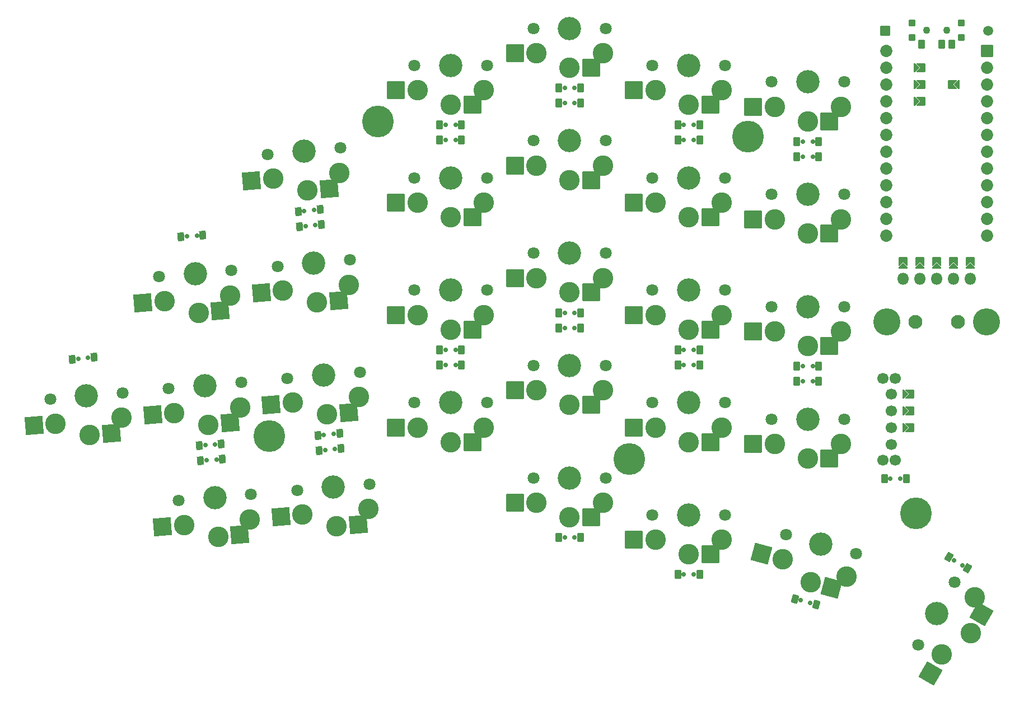
<source format=gbs>
%TF.GenerationSoftware,KiCad,Pcbnew,7.0.6-7.0.6~ubuntu20.04.1*%
%TF.CreationDate,2023-07-19T13:19:58+02:00*%
%TF.ProjectId,keyboard,6b657962-6f61-4726-942e-6b696361645f,v1.0.0*%
%TF.SameCoordinates,Original*%
%TF.FileFunction,Soldermask,Bot*%
%TF.FilePolarity,Negative*%
%FSLAX46Y46*%
G04 Gerber Fmt 4.6, Leading zero omitted, Abs format (unit mm)*
G04 Created by KiCad (PCBNEW 7.0.6-7.0.6~ubuntu20.04.1) date 2023-07-19 13:19:58*
%MOMM*%
%LPD*%
G01*
G04 APERTURE LIST*
G04 Aperture macros list*
%AMRoundRect*
0 Rectangle with rounded corners*
0 $1 Rounding radius*
0 $2 $3 $4 $5 $6 $7 $8 $9 X,Y pos of 4 corners*
0 Add a 4 corners polygon primitive as box body*
4,1,4,$2,$3,$4,$5,$6,$7,$8,$9,$2,$3,0*
0 Add four circle primitives for the rounded corners*
1,1,$1+$1,$2,$3*
1,1,$1+$1,$4,$5*
1,1,$1+$1,$6,$7*
1,1,$1+$1,$8,$9*
0 Add four rect primitives between the rounded corners*
20,1,$1+$1,$2,$3,$4,$5,0*
20,1,$1+$1,$4,$5,$6,$7,0*
20,1,$1+$1,$6,$7,$8,$9,0*
20,1,$1+$1,$8,$9,$2,$3,0*%
%AMFreePoly0*
4,1,14,0.635355,0.435355,0.650000,0.400000,0.650000,0.200000,0.635355,0.164645,0.035355,-0.435355,0.000000,-0.450000,-0.035355,-0.435355,-0.635355,0.164645,-0.650000,0.200000,-0.650000,0.400000,-0.635355,0.435355,-0.600000,0.450000,0.600000,0.450000,0.635355,0.435355,0.635355,0.435355,$1*%
%AMFreePoly1*
4,1,16,0.635355,1.035355,0.650000,1.000000,0.650000,-0.250000,0.635355,-0.285355,0.600000,-0.300000,-0.600000,-0.300000,-0.635355,-0.285355,-0.650000,-0.250000,-0.650000,1.000000,-0.635355,1.035355,-0.600000,1.050000,-0.564645,1.035355,0.000000,0.470710,0.564645,1.035355,0.600000,1.050000,0.635355,1.035355,0.635355,1.035355,$1*%
G04 Aperture macros list end*
%ADD10RoundRect,0.050000X-0.450000X-0.450000X0.450000X-0.450000X0.450000X0.450000X-0.450000X0.450000X0*%
%ADD11C,1.100000*%
%ADD12RoundRect,0.050000X-0.450000X-0.625000X0.450000X-0.625000X0.450000X0.625000X-0.450000X0.625000X0*%
%ADD13RoundRect,0.050000X-0.589958X-0.463087X0.279375X-0.696024X0.589958X0.463087X-0.279375X0.696024X0*%
%ADD14C,0.700000*%
%ADD15RoundRect,0.050000X-0.450000X-0.600000X0.450000X-0.600000X0.450000X0.600000X-0.450000X0.600000X0*%
%ADD16FreePoly0,90.000000*%
%ADD17FreePoly1,90.000000*%
%ADD18C,1.801800*%
%ADD19C,3.100000*%
%ADD20C,3.529000*%
%ADD21RoundRect,0.050000X1.300000X1.300000X-1.300000X1.300000X-1.300000X-1.300000X1.300000X-1.300000X0*%
%ADD22C,1.700000*%
%ADD23FreePoly0,180.000000*%
%ADD24FreePoly1,180.000000*%
%ADD25RoundRect,0.050000X-0.395994X-0.636937X0.500581X-0.558497X0.395994X0.636937X-0.500581X0.558497X0*%
%ADD26RoundRect,0.050000X1.181751X1.408356X-1.408356X1.181751X-1.181751X-1.408356X1.408356X-1.181751X0*%
%ADD27C,4.800000*%
%ADD28C,4.100000*%
%ADD29FreePoly0,270.000000*%
%ADD30FreePoly1,270.000000*%
%ADD31RoundRect,0.050000X-0.700000X0.700000X-0.700000X-0.700000X0.700000X-0.700000X0.700000X0.700000X0*%
%ADD32C,1.500000*%
%ADD33O,1.800000X1.800000*%
%ADD34RoundRect,0.050000X-0.475833X1.775833X-1.775833X-0.475833X0.475833X-1.775833X1.775833X0.475833X0*%
%ADD35RoundRect,0.050000X-0.876300X0.876300X-0.876300X-0.876300X0.876300X-0.876300X0.876300X0.876300X0*%
%ADD36C,1.852600*%
%ADD37C,2.100000*%
%ADD38RoundRect,0.050000X-0.689711X-0.294615X0.089711X-0.744615X0.689711X0.294615X-0.089711X0.744615X0*%
%ADD39RoundRect,0.050000X1.592168X0.919239X-0.919239X1.592168X-1.592168X-0.919239X0.919239X-1.592168X0*%
G04 APERTURE END LIST*
D10*
%TO.C,T1*%
X169080487Y-36625888D03*
X169080487Y-38825888D03*
D11*
X171280487Y-37725888D03*
X174280487Y-37725888D03*
D10*
X176480487Y-36625888D03*
X176480487Y-38825888D03*
D12*
X170530487Y-39800888D03*
X173530487Y-39800888D03*
X175030487Y-39800888D03*
%TD*%
D13*
%TO.C,D14*%
X151357346Y-123682173D03*
D14*
X152226680Y-123915110D03*
X153675568Y-124303338D03*
D13*
X154544902Y-124536275D03*
%TD*%
D15*
%TO.C,D26*%
X151630493Y-90825897D03*
D14*
X152530493Y-90825897D03*
X154030493Y-90825897D03*
D15*
X154930493Y-90825897D03*
%TD*%
D16*
%TO.C,J2*%
X168022501Y-95255901D03*
D17*
X169038501Y-95255901D03*
%TD*%
D18*
%TO.C,S16*%
X122780496Y-54415899D03*
D19*
X122280496Y-58165899D03*
X117280496Y-60365899D03*
X117280496Y-60365899D03*
D20*
X117280496Y-54415899D03*
D19*
X112280496Y-58165899D03*
D18*
X111780496Y-54415899D03*
D21*
X120555496Y-60365899D03*
X109005496Y-58165899D03*
%TD*%
D22*
%TO.C,REF\u002A\u002A*%
X165905508Y-92715886D03*
X165905508Y-95255886D03*
X165905508Y-97795886D03*
X165905508Y-100335886D03*
X164680508Y-90325886D03*
X164680508Y-102725886D03*
X166530508Y-90325886D03*
X166530508Y-102725886D03*
%TD*%
D23*
%TO.C,J19*%
X177860491Y-73333897D03*
D24*
X177860491Y-72317897D03*
%TD*%
D15*
%TO.C,D6*%
X115630492Y-114415887D03*
D14*
X116530492Y-114415887D03*
X118030492Y-114415887D03*
D15*
X118930492Y-114415887D03*
%TD*%
%TO.C,D13*%
X151630493Y-54525895D03*
D14*
X152530493Y-54525895D03*
X154030493Y-54525895D03*
D15*
X154930493Y-54525895D03*
%TD*%
D25*
%TO.C,D19*%
X76438676Y-67401129D03*
D14*
X77335251Y-67322689D03*
X78829543Y-67191955D03*
D25*
X79726118Y-67113515D03*
%TD*%
D18*
%TO.C,S1*%
X49676893Y-92529181D03*
D19*
X49505630Y-96308489D03*
X44716399Y-98935896D03*
X44716399Y-98935896D03*
D20*
X44197822Y-93008538D03*
D19*
X39543683Y-97180047D03*
D18*
X38718751Y-93487895D03*
D26*
X47978936Y-98650461D03*
X36281145Y-97465482D03*
%TD*%
D15*
%TO.C,D23*%
X115630494Y-48715883D03*
D14*
X116530494Y-48715883D03*
X118030494Y-48715883D03*
D15*
X118930494Y-48715883D03*
%TD*%
D16*
%TO.C,J9*%
X169772494Y-48475887D03*
D17*
X170788494Y-48475887D03*
%TD*%
D15*
%TO.C,D24*%
X133630488Y-88325890D03*
D14*
X134530488Y-88325890D03*
X136030488Y-88325890D03*
D15*
X136930488Y-88325890D03*
%TD*%
D23*
%TO.C,J17*%
X172780503Y-73333888D03*
D24*
X172780503Y-72317888D03*
%TD*%
D18*
%TO.C,S4*%
X66126754Y-74025071D03*
D19*
X65955491Y-77804379D03*
X61166260Y-80431786D03*
X61166260Y-80431786D03*
D20*
X60647683Y-74504428D03*
D19*
X55993544Y-78675937D03*
D18*
X55168612Y-74983785D03*
D26*
X64428797Y-80146351D03*
X52731006Y-78961372D03*
%TD*%
D15*
%TO.C,D7*%
X115630496Y-80415891D03*
D14*
X116530496Y-80415891D03*
X118030496Y-80415891D03*
D15*
X118930496Y-80415891D03*
%TD*%
%TO.C,D27*%
X151630495Y-56825893D03*
D14*
X152530495Y-56825893D03*
X154030495Y-56825893D03*
D15*
X154930495Y-56825893D03*
%TD*%
D27*
%TO.C,_8*%
X169658995Y-110749016D03*
%TD*%
D25*
%TO.C,D1*%
X61270005Y-100549303D03*
D14*
X62166580Y-100470863D03*
X63660872Y-100340129D03*
D25*
X64557447Y-100261689D03*
%TD*%
D18*
%TO.C,S6*%
X85539891Y-89391596D03*
D19*
X85368628Y-93170904D03*
X80579397Y-95798311D03*
X80579397Y-95798311D03*
D20*
X80060820Y-89870953D03*
D19*
X75406681Y-94042462D03*
D18*
X74581749Y-90350310D03*
D26*
X83841934Y-95512876D03*
X72144143Y-94327897D03*
%TD*%
D23*
%TO.C,J16*%
X170240500Y-73333880D03*
D24*
X170240500Y-72317880D03*
%TD*%
D18*
%TO.C,S21*%
X140780498Y-60025885D03*
D19*
X140280498Y-63775885D03*
X135280498Y-65975885D03*
X135280498Y-65975885D03*
D20*
X135280498Y-60025885D03*
D19*
X130280498Y-63775885D03*
D18*
X129780498Y-60025885D03*
D21*
X138555498Y-65975885D03*
X127005498Y-63775885D03*
%TD*%
D18*
%TO.C,S12*%
X104780493Y-43025891D03*
D19*
X104280493Y-46775891D03*
X99280493Y-48975891D03*
X99280493Y-48975891D03*
D20*
X99280493Y-43025891D03*
D19*
X94280493Y-46775891D03*
D18*
X93780493Y-43025891D03*
D21*
X102555493Y-48975891D03*
X91005493Y-46775891D03*
%TD*%
D25*
%TO.C,D3*%
X76238210Y-65109875D03*
D14*
X77134785Y-65031435D03*
X78629077Y-64900701D03*
D25*
X79525652Y-64822261D03*
%TD*%
D18*
%TO.C,S18*%
X140780498Y-111025891D03*
D19*
X140280498Y-114775891D03*
X135280498Y-116975891D03*
X135280498Y-116975891D03*
D20*
X135280498Y-111025891D03*
D19*
X130280498Y-114775891D03*
D18*
X129780498Y-111025891D03*
D21*
X138555498Y-116975891D03*
X127005498Y-114775891D03*
%TD*%
D28*
%TO.C,_3*%
X180280500Y-81825891D03*
%TD*%
D29*
%TO.C,J10*%
X175788493Y-45925883D03*
D30*
X174772493Y-45925883D03*
%TD*%
D18*
%TO.C,S9*%
X104780497Y-94025882D03*
D19*
X104280497Y-97775882D03*
X99280497Y-99975882D03*
X99280497Y-99975882D03*
D20*
X99280497Y-94025882D03*
D19*
X94280497Y-97775882D03*
D18*
X93780497Y-94025882D03*
D21*
X102555497Y-99975882D03*
X91005497Y-97775882D03*
%TD*%
D25*
%TO.C,D18*%
X79401971Y-101271753D03*
D14*
X80298546Y-101193313D03*
X81792838Y-101062579D03*
D25*
X82689413Y-100984139D03*
%TD*%
D18*
%TO.C,S8*%
X82576603Y-55520964D03*
D19*
X82405340Y-59300272D03*
X77616109Y-61927679D03*
X77616109Y-61927679D03*
D20*
X77097532Y-56000321D03*
D19*
X72443393Y-60171830D03*
D18*
X71618461Y-56479678D03*
D26*
X80878646Y-61642244D03*
X69180855Y-60457265D03*
%TD*%
D25*
%TO.C,D2*%
X79201507Y-98980500D03*
D14*
X80098082Y-98902060D03*
X81592374Y-98771326D03*
D25*
X82488949Y-98692886D03*
%TD*%
D15*
%TO.C,D12*%
X151630504Y-88525880D03*
D14*
X152530504Y-88525880D03*
X154030504Y-88525880D03*
D15*
X154930504Y-88525880D03*
%TD*%
D18*
%TO.C,S5*%
X87021539Y-106326892D03*
D19*
X86850276Y-110106200D03*
X82061045Y-112733607D03*
X82061045Y-112733607D03*
D20*
X81542468Y-106806249D03*
D19*
X76888329Y-110977758D03*
D18*
X76063397Y-107285606D03*
D26*
X85323582Y-112448172D03*
X73625791Y-111263193D03*
%TD*%
D23*
%TO.C,J18*%
X175320498Y-73333884D03*
D24*
X175320498Y-72317884D03*
%TD*%
D25*
%TO.C,D17*%
X58507169Y-68969922D03*
D14*
X59403744Y-68891482D03*
X60898036Y-68760748D03*
D25*
X61794611Y-68682308D03*
%TD*%
D31*
%TO.C,*%
X165030501Y-37825884D03*
D32*
X180530501Y-37825884D03*
%TD*%
D18*
%TO.C,S13*%
X122780488Y-105415884D03*
D19*
X122280488Y-109165884D03*
X117280488Y-111365884D03*
X117280488Y-111365884D03*
D20*
X117280488Y-105415884D03*
D19*
X112280488Y-109165884D03*
D18*
X111780488Y-105415884D03*
D21*
X120555488Y-111365884D03*
X109005488Y-109165884D03*
%TD*%
D25*
%TO.C,D16*%
X61470466Y-102840548D03*
D14*
X62367041Y-102762108D03*
X63861333Y-102631374D03*
D25*
X64757908Y-102552934D03*
%TD*%
D18*
%TO.C,S10*%
X104780505Y-77025889D03*
D19*
X104280505Y-80775889D03*
X99280505Y-82975889D03*
X99280505Y-82975889D03*
D20*
X99280505Y-77025889D03*
D19*
X94280505Y-80775889D03*
D18*
X93780505Y-77025889D03*
D21*
X102555505Y-82975889D03*
X91005505Y-80775889D03*
%TD*%
D18*
%TO.C,S22*%
X140780507Y-43025887D03*
D19*
X140280507Y-46775887D03*
X135280507Y-48975887D03*
X135280507Y-48975887D03*
D20*
X135280507Y-43025887D03*
D19*
X130280507Y-46775887D03*
D18*
X129780507Y-43025887D03*
D21*
X138555507Y-48975887D03*
X127005507Y-46775887D03*
%TD*%
D33*
%TO.C,Nice!View1*%
X175320493Y-75325888D03*
X177860493Y-75325888D03*
X172780493Y-75325888D03*
X170240493Y-75325888D03*
X167700493Y-75325888D03*
%TD*%
D25*
%TO.C,D15*%
X42057314Y-87474046D03*
D14*
X42953889Y-87395606D03*
X44448181Y-87264872D03*
D25*
X45344756Y-87186432D03*
%TD*%
D15*
%TO.C,D11*%
X133630489Y-52025889D03*
D14*
X134530489Y-52025889D03*
X136030489Y-52025889D03*
D15*
X136930489Y-52025889D03*
%TD*%
D18*
%TO.C,S2*%
X69090047Y-107895686D03*
D19*
X68918784Y-111674994D03*
X64129553Y-114302401D03*
X64129553Y-114302401D03*
D20*
X63610976Y-108375043D03*
D19*
X58956837Y-112546552D03*
D18*
X58131905Y-108854400D03*
D26*
X67392090Y-114016966D03*
X55694299Y-112831987D03*
%TD*%
D18*
%TO.C,S11*%
X104780498Y-60025887D03*
D19*
X104280498Y-63775887D03*
X99280498Y-65975887D03*
X99280498Y-65975887D03*
D20*
X99280498Y-60025887D03*
D19*
X94280498Y-63775887D03*
D18*
X93780498Y-60025887D03*
D21*
X102555498Y-65975887D03*
X91005498Y-63775887D03*
%TD*%
D18*
%TO.C,S7*%
X84058261Y-72456264D03*
D19*
X83886998Y-76235572D03*
X79097767Y-78862979D03*
X79097767Y-78862979D03*
D20*
X78579190Y-72935621D03*
D19*
X73925051Y-77107130D03*
D18*
X73100119Y-73414978D03*
D26*
X82360304Y-78577544D03*
X70662513Y-77392565D03*
%TD*%
D27*
%TO.C,_7*%
X126280499Y-102525885D03*
%TD*%
%TO.C,_5*%
X144280491Y-53775890D03*
%TD*%
D18*
%TO.C,S17*%
X122780491Y-37415894D03*
D19*
X122280491Y-41165894D03*
X117280491Y-43365894D03*
X117280491Y-43365894D03*
D20*
X117280491Y-37415894D03*
D19*
X112280491Y-41165894D03*
D18*
X111780491Y-37415894D03*
D21*
X120555491Y-43365894D03*
X109005491Y-41165894D03*
%TD*%
D18*
%TO.C,S25*%
X158780498Y-62525880D03*
D19*
X158280498Y-66275880D03*
X153280498Y-68475880D03*
X153280498Y-68475880D03*
D20*
X153280498Y-62525880D03*
D19*
X148280498Y-66275880D03*
D18*
X147780498Y-62525880D03*
D21*
X156555498Y-68475880D03*
X145005498Y-66275880D03*
%TD*%
D18*
%TO.C,S28*%
X175515240Y-121141624D03*
D19*
X178512835Y-123449637D03*
X177918091Y-128879764D03*
X177918091Y-128879764D03*
D20*
X172765240Y-125904764D03*
D19*
X173512835Y-132109891D03*
D18*
X170015240Y-130667904D03*
D34*
X179555591Y-126043531D03*
X171875335Y-134946124D03*
%TD*%
D16*
%TO.C,J7*%
X169772489Y-43375888D03*
D17*
X170788489Y-43375888D03*
%TD*%
D35*
%TO.C,MCU1*%
X180400499Y-40855891D03*
D36*
X165160499Y-40855891D03*
X165160499Y-43395891D03*
X165160499Y-45935891D03*
X165160499Y-48475891D03*
X165160499Y-51015891D03*
X165160499Y-53555891D03*
X165160499Y-56095891D03*
X165160499Y-58635891D03*
X165160499Y-61175891D03*
X165160499Y-63715891D03*
X165160499Y-66255891D03*
X165160499Y-68795891D03*
X180400499Y-40855891D03*
X180400499Y-43395891D03*
X180400499Y-45935891D03*
X180400499Y-48475891D03*
X180400499Y-51015891D03*
X180400499Y-53555891D03*
X180400499Y-56095891D03*
X180400499Y-58635891D03*
X180400499Y-61175891D03*
X180400499Y-63715891D03*
X180400499Y-66255891D03*
X180400499Y-68795891D03*
%TD*%
D16*
%TO.C,J1*%
X168022493Y-92715894D03*
D17*
X169038493Y-92715894D03*
%TD*%
D27*
%TO.C,_6*%
X71835903Y-99122986D03*
%TD*%
D16*
%TO.C,J3*%
X168022493Y-97795880D03*
D17*
X169038493Y-97795880D03*
%TD*%
D18*
%TO.C,S19*%
X140780496Y-94025885D03*
D19*
X140280496Y-97775885D03*
X135280496Y-99975885D03*
X135280496Y-99975885D03*
D20*
X135280496Y-94025885D03*
D19*
X130280496Y-97775885D03*
D18*
X129780496Y-94025885D03*
D21*
X138555496Y-99975885D03*
X127005496Y-97775885D03*
%TD*%
D37*
%TO.C,_1*%
X169530505Y-81825885D03*
X176030505Y-81825885D03*
%TD*%
D18*
%TO.C,S15*%
X122780491Y-71415889D03*
D19*
X122280491Y-75165889D03*
X117280491Y-77365889D03*
X117280491Y-77365889D03*
D20*
X117280491Y-71415889D03*
D19*
X112280491Y-75165889D03*
D18*
X111780491Y-71415889D03*
D21*
X120555491Y-77365889D03*
X109005491Y-75165889D03*
%TD*%
D18*
%TO.C,S20*%
X140780491Y-77025890D03*
D19*
X140280491Y-80775890D03*
X135280491Y-82975890D03*
X135280491Y-82975890D03*
D20*
X135280491Y-77025890D03*
D19*
X130280491Y-80775890D03*
D18*
X129780491Y-77025890D03*
D21*
X138555491Y-82975890D03*
X127005491Y-80775890D03*
%TD*%
D18*
%TO.C,S3*%
X67608397Y-90960375D03*
D19*
X67437134Y-94739683D03*
X62647903Y-97367090D03*
X62647903Y-97367090D03*
D20*
X62129326Y-91439732D03*
D19*
X57475187Y-95611241D03*
D18*
X56650255Y-91919089D03*
D26*
X65910440Y-97081655D03*
X54212649Y-95896676D03*
%TD*%
D38*
%TO.C,D28*%
X174607779Y-117413401D03*
D14*
X175387202Y-117863401D03*
X176686240Y-118613401D03*
D38*
X177465663Y-119063401D03*
%TD*%
D15*
%TO.C,D10*%
X133630504Y-86025886D03*
D14*
X134530504Y-86025886D03*
X136030504Y-86025886D03*
D15*
X136930504Y-86025886D03*
%TD*%
%TO.C,D29*%
X164880485Y-105525879D03*
D14*
X165780485Y-105525879D03*
X167280485Y-105525879D03*
D15*
X168180485Y-105525879D03*
%TD*%
D18*
%TO.C,S26*%
X158780492Y-45525890D03*
D19*
X158280492Y-49275890D03*
X153280492Y-51475890D03*
X153280492Y-51475890D03*
D20*
X153280492Y-45525890D03*
D19*
X148280492Y-49275890D03*
D18*
X147780492Y-45525890D03*
D21*
X156555492Y-51475890D03*
X145005492Y-49275890D03*
%TD*%
D15*
%TO.C,D5*%
X97630498Y-52025887D03*
D14*
X98530498Y-52025887D03*
X100030498Y-52025887D03*
D15*
X100930498Y-52025887D03*
%TD*%
%TO.C,D25*%
X133630489Y-54325891D03*
D14*
X134530489Y-54325891D03*
X136030489Y-54325891D03*
D15*
X136930489Y-54325891D03*
%TD*%
D18*
%TO.C,S27*%
X160593091Y-116839396D03*
D19*
X159139557Y-120332208D03*
X153740526Y-121163150D03*
X153740526Y-121163150D03*
D20*
X155280499Y-115415891D03*
D19*
X149480298Y-117744018D03*
D18*
X149967907Y-113992386D03*
D39*
X156903933Y-122010782D03*
X146316891Y-116896385D03*
%TD*%
D15*
%TO.C,D21*%
X97630499Y-54325891D03*
D14*
X98530499Y-54325891D03*
X100030499Y-54325891D03*
D15*
X100930499Y-54325891D03*
%TD*%
D18*
%TO.C,S14*%
X122780499Y-88415883D03*
D19*
X122280499Y-92165883D03*
X117280499Y-94365883D03*
X117280499Y-94365883D03*
D20*
X117280499Y-88415883D03*
D19*
X112280499Y-92165883D03*
D18*
X111780499Y-88415883D03*
D21*
X120555499Y-94365883D03*
X109005499Y-92165883D03*
%TD*%
D18*
%TO.C,S23*%
X158780494Y-96525887D03*
D19*
X158280494Y-100275887D03*
X153280494Y-102475887D03*
X153280494Y-102475887D03*
D20*
X153280494Y-96525887D03*
D19*
X148280494Y-100275887D03*
D18*
X147780494Y-96525887D03*
D21*
X156555494Y-102475887D03*
X145005494Y-100275887D03*
%TD*%
D15*
%TO.C,D20*%
X97630488Y-88325890D03*
D14*
X98530488Y-88325890D03*
X100030488Y-88325890D03*
D15*
X100930488Y-88325890D03*
%TD*%
D16*
%TO.C,J8*%
X169772497Y-45925881D03*
D17*
X170788497Y-45925881D03*
%TD*%
D15*
%TO.C,D9*%
X133630498Y-120025891D03*
D14*
X134530498Y-120025891D03*
X136030498Y-120025891D03*
D15*
X136930498Y-120025891D03*
%TD*%
D18*
%TO.C,S20*%
X158782680Y-79522957D03*
D19*
X158282680Y-83272957D03*
X153282680Y-85472957D03*
X153282680Y-85472957D03*
D20*
X153282680Y-79522957D03*
D19*
X148282680Y-83272957D03*
D18*
X147782680Y-79522957D03*
D21*
X156557680Y-85472957D03*
X145007680Y-83272957D03*
%TD*%
D15*
%TO.C,D8*%
X115630497Y-46415892D03*
D14*
X116530497Y-46415892D03*
X118030497Y-46415892D03*
D15*
X118930497Y-46415892D03*
%TD*%
D28*
%TO.C,_2*%
X165280503Y-81825893D03*
%TD*%
D23*
%TO.C,J15*%
X167700503Y-73333895D03*
D24*
X167700503Y-72317895D03*
%TD*%
D27*
%TO.C,_4*%
X88280491Y-51525880D03*
%TD*%
D15*
%TO.C,D4*%
X97630499Y-86025901D03*
D14*
X98530499Y-86025901D03*
X100030499Y-86025901D03*
D15*
X100930499Y-86025901D03*
%TD*%
%TO.C,D22*%
X115630498Y-82715890D03*
D14*
X116530498Y-82715890D03*
X118030498Y-82715890D03*
D15*
X118930498Y-82715890D03*
%TD*%
M02*

</source>
